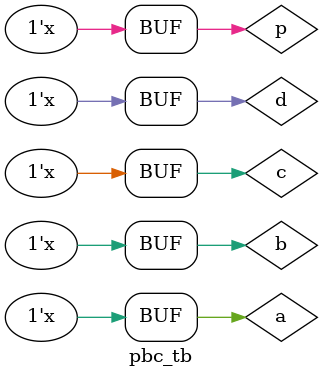
<source format=v>
`timescale 1ns / 1ps


module pbc_tb;
reg a,b,c,d,p;
wire e;
pbc u_pbc(
.a(a), .b(b), .c(c), .d(d), .p(p), .e(e)
);
initial begin
    a=1'b0;
    b=1'b0;
    c=1'b0;
    d=1'b0;      
    p=1'b0;
    
end

always @(a or b or c or d or p)begin
    a <= #160 ~a;
    b <= #80 ~b;
    c <= #40 ~c;
    d <= #20 ~d;
    p <= #10 ~p;   
 end
endmodule

</source>
